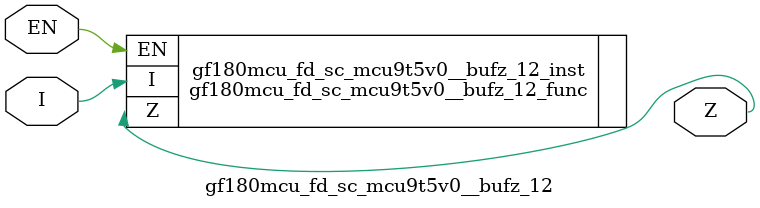
<source format=v>

module gf180mcu_fd_sc_mcu9t5v0__bufz_12( EN, I, Z );
input EN, I;
output Z;

   `ifdef FUNCTIONAL  //  functional //

	gf180mcu_fd_sc_mcu9t5v0__bufz_12_func gf180mcu_fd_sc_mcu9t5v0__bufz_12_behav_inst(.EN(EN),.I(I),.Z(Z));

   `else

	gf180mcu_fd_sc_mcu9t5v0__bufz_12_func gf180mcu_fd_sc_mcu9t5v0__bufz_12_inst(.EN(EN),.I(I),.Z(Z));

	// spec_gates_begin


	// spec_gates_end



   specify

	// specify_block_begin

	// comb arc EN --> Z
	 (EN => Z) = (1.0,1.0);

	// comb arc I --> Z
	 (I => Z) = (1.0,1.0);

	// specify_block_end

   endspecify

   `endif

endmodule

</source>
